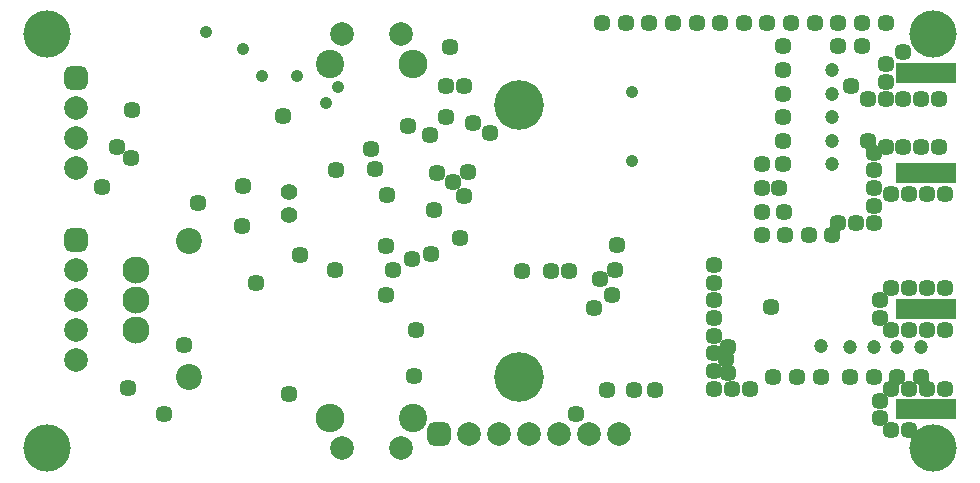
<source format=gbs>
G04*
G04 #@! TF.GenerationSoftware,Altium Limited,Altium Designer,18.1.1 (9)*
G04*
G04 Layer_Color=16711935*
%FSLAX42Y42*%
%MOMM*%
G71*
G01*
G75*
%ADD24R,5.10X1.80*%
G04:AMPARAMS|DCode=30|XSize=2mm|YSize=2mm|CornerRadius=0.55mm|HoleSize=0mm|Usage=FLASHONLY|Rotation=0.000|XOffset=0mm|YOffset=0mm|HoleType=Round|Shape=RoundedRectangle|*
%AMROUNDEDRECTD30*
21,1,2.00,0.90,0,0,0.0*
21,1,0.90,2.00,0,0,0.0*
1,1,1.10,0.45,-0.45*
1,1,1.10,-0.45,-0.45*
1,1,1.10,-0.45,0.45*
1,1,1.10,0.45,0.45*
%
%ADD30ROUNDEDRECTD30*%
%ADD31C,2.00*%
%ADD32C,1.45*%
%ADD33O,2.45X2.40*%
%ADD34C,2.40*%
G04:AMPARAMS|DCode=35|XSize=2mm|YSize=2mm|CornerRadius=0.55mm|HoleSize=0mm|Usage=FLASHONLY|Rotation=270.000|XOffset=0mm|YOffset=0mm|HoleType=Round|Shape=RoundedRectangle|*
%AMROUNDEDRECTD35*
21,1,2.00,0.90,0,0,270.0*
21,1,0.90,2.00,0,0,270.0*
1,1,1.10,-0.45,-0.45*
1,1,1.10,-0.45,0.45*
1,1,1.10,0.45,0.45*
1,1,1.10,0.45,-0.45*
%
%ADD35ROUNDEDRECTD35*%
%ADD36C,1.40*%
%ADD37C,2.20*%
%ADD38C,4.20*%
%ADD39C,2.30*%
%ADD40C,1.45*%
%ADD41C,1.05*%
%ADD42C,4.00*%
%ADD43C,1.20*%
D24*
X7693Y1425D02*
D03*
Y575D02*
D03*
Y2575D02*
D03*
Y3425D02*
D03*
D30*
X3568Y370D02*
D03*
D31*
X3822D02*
D03*
X4076D02*
D03*
X4330D02*
D03*
X4584D02*
D03*
X4838D02*
D03*
X5092D02*
D03*
X3250Y3750D02*
D03*
X2750D02*
D03*
X500Y2619D02*
D03*
Y3127D02*
D03*
Y2873D02*
D03*
Y1500D02*
D03*
Y1754D02*
D03*
Y1246D02*
D03*
Y992D02*
D03*
X3250Y250D02*
D03*
X2750D02*
D03*
D32*
X2690Y1760D02*
D03*
X3178D02*
D03*
D33*
X3350Y3500D02*
D03*
X2650Y500D02*
D03*
D34*
X2650Y3500D02*
D03*
X3350Y500D02*
D03*
D35*
X500Y3381D02*
D03*
Y2008D02*
D03*
D36*
X2300Y2420D02*
D03*
Y2220D02*
D03*
D37*
X1450Y850D02*
D03*
Y2000D02*
D03*
D38*
X4250Y850D02*
D03*
Y3150D02*
D03*
D39*
X1000Y1246D02*
D03*
Y1754D02*
D03*
Y1500D02*
D03*
D40*
X5400Y740D02*
D03*
X5080Y1970D02*
D03*
X5220Y740D02*
D03*
X4930Y1680D02*
D03*
X4670Y1750D02*
D03*
X5030Y1540D02*
D03*
X4880Y1430D02*
D03*
X5060Y1760D02*
D03*
X1240Y540D02*
D03*
X940Y760D02*
D03*
X2300Y710D02*
D03*
X2250Y3060D02*
D03*
X3550Y2580D02*
D03*
X3813Y2583D02*
D03*
X3780Y2380D02*
D03*
X3750Y2030D02*
D03*
X3340Y1850D02*
D03*
X3490Y2900D02*
D03*
X4000Y2920D02*
D03*
X3630Y3310D02*
D03*
X3780Y3310D02*
D03*
X3530Y2260D02*
D03*
X3030Y2610D02*
D03*
X1910Y2470D02*
D03*
X6900Y2050D02*
D03*
X6700D02*
D03*
X6500D02*
D03*
X6300D02*
D03*
X6050Y750D02*
D03*
X6200D02*
D03*
X5900D02*
D03*
X7300Y650D02*
D03*
X7150Y3650D02*
D03*
X6950D02*
D03*
X7350Y3850D02*
D03*
X7150D02*
D03*
X6950D02*
D03*
X6750D02*
D03*
X6550D02*
D03*
X6350D02*
D03*
X6150D02*
D03*
X5950D02*
D03*
X5750D02*
D03*
X5550D02*
D03*
X5350D02*
D03*
X5150D02*
D03*
X4950D02*
D03*
X7500Y3600D02*
D03*
X7350Y3500D02*
D03*
Y3350D02*
D03*
X7800Y3200D02*
D03*
X7650D02*
D03*
X7500D02*
D03*
X7350D02*
D03*
X7200D02*
D03*
X7060Y3310D02*
D03*
X7850Y2400D02*
D03*
X7700D02*
D03*
X7550D02*
D03*
X7400D02*
D03*
X7800Y2800D02*
D03*
X7650D02*
D03*
X7200Y2850D02*
D03*
X7500Y2800D02*
D03*
X7350D02*
D03*
X7250Y2750D02*
D03*
Y2600D02*
D03*
Y2450D02*
D03*
Y2300D02*
D03*
Y2150D02*
D03*
X7100D02*
D03*
X6950D02*
D03*
X6300Y2250D02*
D03*
Y2450D02*
D03*
Y2650D02*
D03*
X6000Y1000D02*
D03*
X5900Y900D02*
D03*
Y1050D02*
D03*
Y1200D02*
D03*
Y1350D02*
D03*
Y1500D02*
D03*
Y1650D02*
D03*
Y1800D02*
D03*
X6450Y2450D02*
D03*
X7300Y500D02*
D03*
X7400Y400D02*
D03*
Y750D02*
D03*
X7550D02*
D03*
Y400D02*
D03*
X7850Y750D02*
D03*
X7700D02*
D03*
X7400Y1250D02*
D03*
X7850D02*
D03*
X7700D02*
D03*
X7550D02*
D03*
X7300Y1350D02*
D03*
Y1500D02*
D03*
X7400Y1600D02*
D03*
X7550D02*
D03*
X7700D02*
D03*
X7850D02*
D03*
X7650Y850D02*
D03*
X7450D02*
D03*
X7250D02*
D03*
X7050D02*
D03*
X6800D02*
D03*
X6600D02*
D03*
X6400D02*
D03*
X6380Y1440D02*
D03*
X3860Y3000D02*
D03*
X970Y3110D02*
D03*
X6020Y1100D02*
D03*
X6020Y880D02*
D03*
X6480Y3650D02*
D03*
X4990Y740D02*
D03*
X4730Y540D02*
D03*
X3360Y860D02*
D03*
X1900Y2130D02*
D03*
X1530Y2320D02*
D03*
X6490Y2250D02*
D03*
X6480Y2650D02*
D03*
X4270Y1750D02*
D03*
X4520D02*
D03*
X3690Y2500D02*
D03*
X2700Y2600D02*
D03*
X3120Y1960D02*
D03*
X3505Y1895D02*
D03*
X2390Y1880D02*
D03*
X1410Y1120D02*
D03*
X2020Y1650D02*
D03*
X960Y2700D02*
D03*
X720Y2460D02*
D03*
X840Y2800D02*
D03*
X3375Y1245D02*
D03*
X3130Y2390D02*
D03*
X2990Y2780D02*
D03*
X3310Y2975D02*
D03*
X3630Y3050D02*
D03*
X3660Y3640D02*
D03*
X6480Y2850D02*
D03*
Y3050D02*
D03*
Y3250D02*
D03*
Y3450D02*
D03*
X3120Y1540D02*
D03*
D41*
X5200Y3260D02*
D03*
Y2680D02*
D03*
X2710Y3306D02*
D03*
X2610Y3170D02*
D03*
X2070Y3400D02*
D03*
X1908Y3625D02*
D03*
X1600Y3770D02*
D03*
X2370Y3400D02*
D03*
D42*
X250Y250D02*
D03*
Y3750D02*
D03*
X7750Y250D02*
D03*
Y3750D02*
D03*
D43*
X6900Y3450D02*
D03*
Y3250D02*
D03*
Y3050D02*
D03*
Y2850D02*
D03*
Y2650D02*
D03*
X7650Y1100D02*
D03*
X7450D02*
D03*
X7250D02*
D03*
X7050D02*
D03*
X6800Y1110D02*
D03*
M02*

</source>
